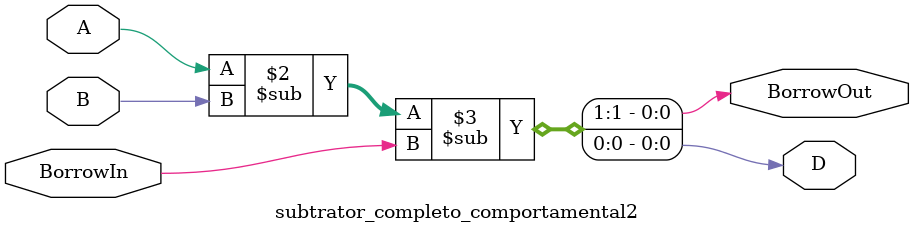
<source format=v>

 module subtrator_completo_rtl1(
 input A, B, BorrowIn ,
 output D, BorrowOut
 );
    
    assign D = A ^ B ^ BorrowIn; // XOR para a diferença
    assign BorrowOut = (~A & B) | (~(A ^ B) & BorrowIn);
 endmodule

module subtrator_completo (
input A, B, BorrowIn ,
output D, BorrowOut
);
    // Sinais intermediários
    wire D1, Borrow1 , Borrow2;
    // Instância do primeiro meio subtrator
    meio_subtrator ms1 (
    .A(A),
    .B(B),
    .D(D1),
    .BorrowOut(Borrow1)
    );
    // Instância do segundo meio subtrator
    meio_subtrator ms2 (
    .A(D1),
    .B(BorrowIn),
    .D(D),
    .BorrowOut(Borrow2)
    );
    // Porta lógica OR para calcular o Borrow Out final
    assign BorrowOut = Borrow1 | Borrow2;
 endmodule

 module meio_subtrator (
 input A, B,
 output D, BorrowOut
 );
    assign D = A ^ B; // Diferença (XOR)
    assign BorrowOut = ~A & B; // Borrow (AND com NOT)
 endmodule


module subtrator_completo_comportamental2(
input A, B, BorrowIn ,
output reg D, BorrowOut
);
    always @(*) begin
        // Diferença calculada diretamente
        {BorrowOut , D} = A - B - BorrowIn;
    end
endmodule
</source>
